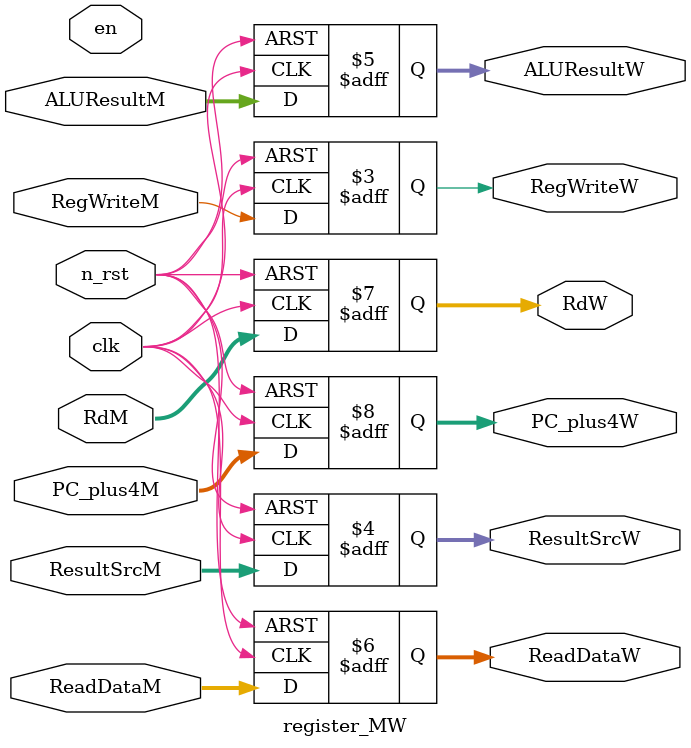
<source format=sv>
module register_MW (
    input clk,
    input n_rst,
    input RegWriteM,
    input [1:0] ResultSrcM,
    input [31:0] ALUResultM,
    input [31:0] ReadDataM,
    input [4:0] RdM,
    input [31:0] PC_plus4M,
    input en,

    output reg RegWriteW,
    output reg [1:0] ResultSrcW,
    output reg [31:0] ALUResultW,
    output reg [31:0] ReadDataW,
    output reg [4:0] RdW,
    output reg [31:0] PC_plus4W
);
    

    always@(posedge clk or negedge n_rst) begin
        if(!n_rst) begin
            RegWriteW <= 1'b0;
            ResultSrcW <= 2'h0;
            ALUResultW <= 32'd0;
            ReadDataW <= 32'd0;
            PC_plus4W <= 32'd0;
            RdW <= 5'd0;
        end
        else begin
           // if(!en) begin
            RegWriteW <= RegWriteM;
            ResultSrcW <= ResultSrcM;
            ALUResultW <= ALUResultM;
            ReadDataW <=  ReadDataM;
            PC_plus4W <= PC_plus4M;
            RdW <= RdM;
         //   end
        end
    end

endmodule
</source>
